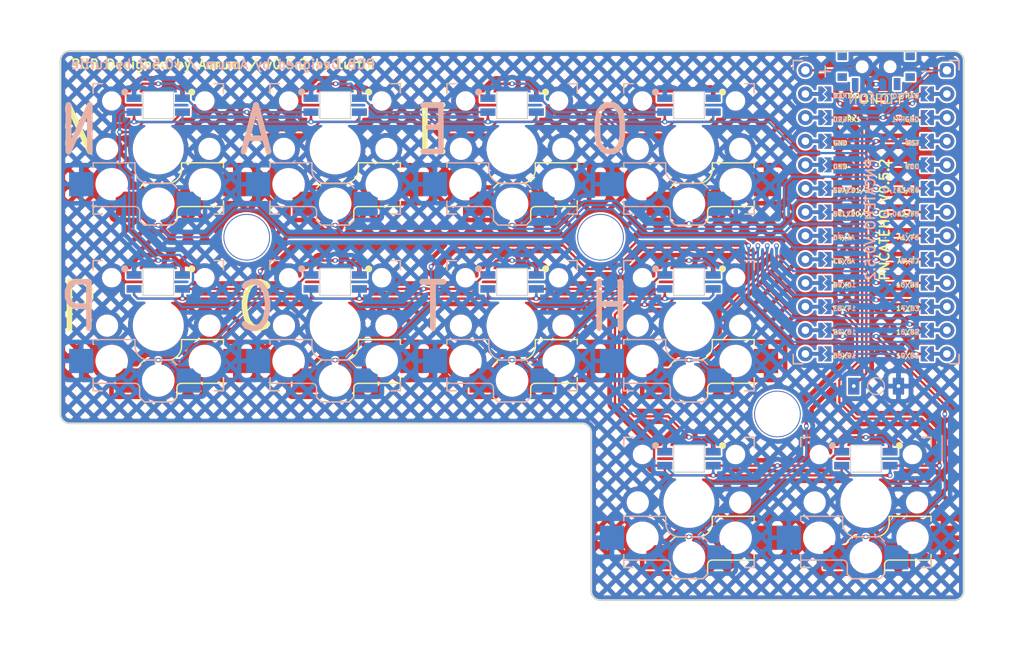
<source format=kicad_pcb>
(kicad_pcb (version 20241229) (generator "pcbnew") (generator_version "9.0")
  (title_block (title "PNCATEHO_v0.5.2") (date "2025-07-11") (rev "0.5.2") (company "Aroum"))
  (layers (0 "F.Cu" signal) (2 "B.Cu" signal) (13 "F.Paste" user) (15 "B.Paste" user) (5 "F.SilkS" user "F.Silkscreen") (7 "B.SilkS" user "B.Silkscreen") (1 "F.Mask" user) (3 "B.Mask" user) (25 "Edge.Cuts" user))
  (net 0 "")
  (net 1 "GND")
  (net 2 "reset")
  (net 3 "R1C1")
  (net 4 "R1C2")
  (net 5 "R1C3")
  (net 6 "R1C4")
  (net 7 "R2C1")
  (net 8 "R2C2")
  (net 9 "R2C3")
  (net 10 "R2C4")
  (net 11 "R3C4")
  (net 12 "R3C5")
  (net 13 "VCC")
  (net 14 "LED")
  (net 15 "Net-(PSW1-B)")
  (net 16 "Net-(LED1-DOUT)")
  (net 17 "Net-(LED2-DOUT)")
  (net 18 "Net-(LED3-DOUT)")
  (net 19 "Net-(LED4-DOUT)")
  (net 20 "Net-(LED5-DOUT)")
  (net 21 "Net-(LED6-DOUT)")
  (net 22 "Net-(LED7-DOUT)")
  (net 23 "Net-(LED8-DOUT)")
  (net 24 "Net-(LED10-DIN)")
  (net 28 "unconnected-(U1-D7{slash}6-Pad9)")
  (net 30 "VBAT")
  (net 31 "Net-(J1-Pad2)")
  (net 34 "unconnected-(U1-SDA{slash}D1{slash}2-Pad5)_1")
  (net 39 "unconnected-(U1-D7{slash}6-Pad9)_1")
  (footprint "PNCATEHO:SW_3x4x2_2legs_duplex" (layer "F.Cu") (at 114.1 61.5)
    (property "Reference" "RSW1" (hide yes))
    (property "Value" "SW_PUSH" (hide yes))
  )
  (footprint "PNCATEHO:Kailh_socket_PG1350_reversible" (layer "F.Cu") (at 75 55)
    (property "Reference" "SW7" (hide yes))
    (property "Value" "SW_PUSH" (hide yes))
  )
  (footprint "PNCATEHO:Kailh_socket_PG1350_reversible" (layer "F.Cu") (at 113 74)
    (property "Reference" "SW10" (hide yes))
    (property "Value" "SW_PUSH" (hide yes))
  )
  (footprint "PNCATEHO:Kailh_socket_PG1350_reversible" (layer "F.Cu") (at 94 74)
    (property "Reference" "SW9" (hide yes))
    (property "Value" "SW_PUSH" (hide yes))
  )
  (footprint "PNCATEHO:Kailh_socket_PG1350_reversible" (layer "F.Cu") (at 94 55)
    (property "Reference" "SW8" (hide yes))
    (property "Value" "SW_PUSH" (hide yes))
  )
  (footprint "PNCATEHO:Kailh_socket_PG1350_reversible" (layer "F.Cu") (at 94 36)
    (property "Reference" "SW4" (hide yes))
    (property "Value" "SW_PUSH" (hide yes))
  )
  (footprint "PNCATEHO:Kailh_socket_PG1350_reversible" (layer "F.Cu") (at 75 36)
    (property "Reference" "SW3" (hide yes))
    (property "Value" "SW_PUSH" (hide yes))
  )
  (footprint "PNCATEHO:Kailh_socket_PG1350_reversible" (layer "F.Cu") (at 37 55)
    (property "Reference" "SW5" (hide yes))
    (property "Value" "SW_PUSH" (hide yes))
  )
  (footprint "PNCATEHO:Kailh_socket_PG1350_reversible" (layer "F.Cu") (at 37 36)
    (property "Reference" "SW1" (hide yes))
    (property "Value" "SW_PUSH" (hide yes))
  )
  (footprint "PNCATEHO:Kailh_socket_PG1350_reversible" (layer "F.Cu") (at 56 36)
    (property "Reference" "SW2" (hide yes))
    (property "Value" "SW_PUSH" (hide yes))
  )
  (footprint "PNCATEHO:Kailh_socket_PG1350_reversible" (layer "F.Cu") (at 56 55)
    (property "Reference" "SW6" (hide yes))
    (property "Value" "SW_PUSH" (hide yes))
  )
  (footprint "PNCATEHO:Hole" (layer "F.Cu") (at 46.5 45.5)
    (property "Reference" "H1" (hide yes))
    (property "Value" "Hole" (hide yes))
  )
  (footprint "PNCATEHO:Hole" (layer "F.Cu") (at 84.5 45.5)
    (property "Reference" "H2" (hide yes))
    (property "Value" "Hole" (hide yes))
  )
  (footprint "PNCATEHO:ProMicro_duplex_mirrored" (layer "F.Cu") (at 114.1 42.8)
    (property "Reference" "U1" (hide yes))
    (property "Value" "ProMicro_r" (hide yes))
  )
  (footprint "PNCATEHO:Hole" (layer "F.Cu") (at 103.5 64.5)
    (property "Reference" "H3" (hide yes))
    (property "Value" "Hole" (hide yes))
  )
  (footprint "PNCATEHO:MSK-12C02_DUAL" (layer "F.Cu") (at 114.1 25.9)
    (property "Reference" "PSW1" (hide yes))
    (property "Value" "SW_SPDT" (hide yes))
  )
  (footprint "PNCATEHO:battery_conn_duplex" (layer "F.Cu") (at 114.1 42.8)
    (property "Reference" "J1" (hide yes))
    (property "Value" "TestPoint_2Pole" (hide yes))
  )
  (footprint "PNCATEHO:YS-SK6812MINI-E_duplex" (layer "B.Cu") (at 94 31.3)
    (property "Reference" "LED10" (hide yes))
    (property "Value" "YS-SK6812MINI-E" (hide yes))
    (fp_line (start -1.65 -1.45) (end 1.65 -1.45) (stroke (width 0.12)) (layer "Edge.Cuts"))
    (fp_line (start -1.65 1.45) (end -1.65 -1.45) (stroke (width 0.12)) (layer "Edge.Cuts"))
    (fp_line (start 1.65 -1.45) (end 1.65 1.45) (stroke (width 0.12)) (layer "Edge.Cuts"))
    (fp_line (start 1.65 1.45) (end -1.65 1.45) (stroke (width 0.12)) (layer "Edge.Cuts"))
  )
  (footprint "PNCATEHO:YS-SK6812MINI-E_duplex" (layer "B.Cu") (at 113 69.3)
    (property "Reference" "LED1" (hide yes))
    (property "Value" "YS-SK6812MINI-E" (hide yes))
    (fp_line (start -1.65 -1.45) (end 1.65 -1.45) (stroke (width 0.12)) (layer "Edge.Cuts"))
    (fp_line (start -1.65 1.45) (end -1.65 -1.45) (stroke (width 0.12)) (layer "Edge.Cuts"))
    (fp_line (start 1.65 -1.45) (end 1.65 1.45) (stroke (width 0.12)) (layer "Edge.Cuts"))
    (fp_line (start 1.65 1.45) (end -1.65 1.45) (stroke (width 0.12)) (layer "Edge.Cuts"))
  )
  (footprint "PNCATEHO:YS-SK6812MINI-E_duplex" (layer "B.Cu") (at 94 69.3)
    (property "Reference" "LED2" (hide yes))
    (property "Value" "YS-SK6812MINI-E" (hide yes))
    (fp_line (start -1.65 -1.45) (end 1.65 -1.45) (stroke (width 0.12)) (layer "Edge.Cuts"))
    (fp_line (start -1.65 1.45) (end -1.65 -1.45) (stroke (width 0.12)) (layer "Edge.Cuts"))
    (fp_line (start 1.65 -1.45) (end 1.65 1.45) (stroke (width 0.12)) (layer "Edge.Cuts"))
    (fp_line (start 1.65 1.45) (end -1.65 1.45) (stroke (width 0.12)) (layer "Edge.Cuts"))
  )
  (footprint "PNCATEHO:YS-SK6812MINI-E_duplex" (layer "B.Cu") (at 94 50.3)
    (property "Reference" "LED3" (hide yes))
    (property "Value" "YS-SK6812MINI-E" (hide yes))
    (fp_line (start -1.65 -1.45) (end 1.65 -1.45) (stroke (width 0.12)) (layer "Edge.Cuts"))
    (fp_line (start -1.65 1.45) (end -1.65 -1.45) (stroke (width 0.12)) (layer "Edge.Cuts"))
    (fp_line (start 1.65 -1.45) (end 1.65 1.45) (stroke (width 0.12)) (layer "Edge.Cuts"))
    (fp_line (start 1.65 1.45) (end -1.65 1.45) (stroke (width 0.12)) (layer "Edge.Cuts"))
  )
  (footprint "PNCATEHO:YS-SK6812MINI-E_duplex" (layer "B.Cu") (at 75 50.3)
    (property "Reference" "LED4" (hide yes))
    (property "Value" "YS-SK6812MINI-E" (hide yes))
    (fp_line (start -1.65 -1.45) (end 1.65 -1.45) (stroke (width 0.12)) (layer "Edge.Cuts"))
    (fp_line (start -1.65 1.45) (end -1.65 -1.45) (stroke (width 0.12)) (layer "Edge.Cuts"))
    (fp_line (start 1.65 -1.45) (end 1.65 1.45) (stroke (width 0.12)) (layer "Edge.Cuts"))
    (fp_line (start 1.65 1.45) (end -1.65 1.45) (stroke (width 0.12)) (layer "Edge.Cuts"))
  )
  (footprint "PNCATEHO:YS-SK6812MINI-E_duplex" (layer "B.Cu") (at 56 50.3)
    (property "Reference" "LED5" (hide yes))
    (property "Value" "YS-SK6812MINI-E" (hide yes))
    (fp_line (start -1.65 -1.45) (end 1.65 -1.45) (stroke (width 0.12)) (layer "Edge.Cuts"))
    (fp_line (start -1.65 1.45) (end -1.65 -1.45) (stroke (width 0.12)) (layer "Edge.Cuts"))
    (fp_line (start 1.65 -1.45) (end 1.65 1.45) (stroke (width 0.12)) (layer "Edge.Cuts"))
    (fp_line (start 1.65 1.45) (end -1.65 1.45) (stroke (width 0.12)) (layer "Edge.Cuts"))
  )
  (footprint "PNCATEHO:YS-SK6812MINI-E_duplex" (layer "B.Cu") (at 37 50.3)
    (property "Reference" "LED6" (hide yes))
    (property "Value" "YS-SK6812MINI-E" (hide yes))
    (fp_line (start -1.65 -1.45) (end 1.65 -1.45) (stroke (width 0.12)) (layer "Edge.Cuts"))
    (fp_line (start -1.65 1.45) (end -1.65 -1.45) (stroke (width 0.12)) (layer "Edge.Cuts"))
    (fp_line (start 1.65 -1.45) (end 1.65 1.45) (stroke (width 0.12)) (layer "Edge.Cuts"))
    (fp_line (start 1.65 1.45) (end -1.65 1.45) (stroke (width 0.12)) (layer "Edge.Cuts"))
  )
  (footprint "PNCATEHO:YS-SK6812MINI-E_duplex" (layer "B.Cu") (at 37 31.3)
    (property "Reference" "LED7" (hide yes))
    (property "Value" "YS-SK6812MINI-E" (hide yes))
    (fp_line (start -1.65 -1.45) (end 1.65 -1.45) (stroke (width 0.12)) (layer "Edge.Cuts"))
    (fp_line (start -1.65 1.45) (end -1.65 -1.45) (stroke (width 0.12)) (layer "Edge.Cuts"))
    (fp_line (start 1.65 -1.45) (end 1.65 1.45) (stroke (width 0.12)) (layer "Edge.Cuts"))
    (fp_line (start 1.65 1.45) (end -1.65 1.45) (stroke (width 0.12)) (layer "Edge.Cuts"))
  )
  (footprint "PNCATEHO:YS-SK6812MINI-E_duplex" (layer "B.Cu") (at 56 31.3)
    (property "Reference" "LED8" (hide yes))
    (property "Value" "YS-SK6812MINI-E" (hide yes))
    (fp_line (start -1.65 -1.45) (end 1.65 -1.45) (stroke (width 0.12)) (layer "Edge.Cuts"))
    (fp_line (start -1.65 1.45) (end -1.65 -1.45) (stroke (width 0.12)) (layer "Edge.Cuts"))
    (fp_line (start 1.65 -1.45) (end 1.65 1.45) (stroke (width 0.12)) (layer "Edge.Cuts"))
    (fp_line (start 1.65 1.45) (end -1.65 1.45) (stroke (width 0.12)) (layer "Edge.Cuts"))
  )
  (footprint "PNCATEHO:YS-SK6812MINI-E_duplex" (layer "B.Cu") (at 75 31.3)
    (property "Reference" "LED9" (hide yes))
    (property "Value" "YS-SK6812MINI-E" (hide yes))
    (fp_line (start -1.65 -1.45) (end 1.65 -1.45) (stroke (width 0.12)) (layer "Edge.Cuts"))
    (fp_line (start -1.65 1.45) (end -1.65 -1.45) (stroke (width 0.12)) (layer "Edge.Cuts"))
    (fp_line (start 1.65 -1.45) (end 1.65 1.45) (stroke (width 0.12)) (layer "Edge.Cuts"))
    (fp_line (start 1.65 1.45) (end -1.65 1.45) (stroke (width 0.12)) (layer "Edge.Cuts"))
  )
  (gr_line (start 123.5 83.5) (end 123.5 26.5) (stroke (width 0.2)) (layer "Edge.Cuts"))
  (gr_line (start 84.5 84.5) (end 122.5 84.5) (stroke (width 0.2)) (layer "Edge.Cuts"))
  (gr_line (start 26.5 26.5) (end 26.5 64.5) (stroke (width 0.2)) (layer "Edge.Cuts"))
  (gr_line (start 27.5 65.5) (end 82.5 65.5) (stroke (width 0.2)) (layer "Edge.Cuts"))
  (gr_arc (start 84.5 84.5) (mid 83.792893 84.207107) (end 83.5 83.5) (stroke (width 0.2)) (layer "Edge.Cuts"))
  (gr_arc (start 123.5 83.5) (mid 123.207107 84.207107) (end 122.5 84.5) (stroke (width 0.2)) (layer "Edge.Cuts"))
  (gr_arc (start 27.5 65.5) (mid 26.792893 65.207107) (end 26.5 64.5) (stroke (width 0.2)) (layer "Edge.Cuts"))
  (gr_line (start 27.5 25.5) (end 122.5 25.5) (stroke (width 0.2)) (layer "Edge.Cuts"))
  (gr_arc (start 26.5 26.5) (mid 26.792893 25.792893) (end 27.5 25.5) (stroke (width 0.2)) (layer "Edge.Cuts"))
  (gr_arc (start 122.5 25.5) (mid 123.207107 25.792893) (end 123.5 26.5) (stroke (width 0.2)) (layer "Edge.Cuts"))
  (gr_line (start 83.5 66.5) (end 83.5 83.5) (stroke (width 0.2)) (layer "Edge.Cuts"))
  (gr_arc (start 82.5 65.5) (mid 83.207107 65.792893) (end 83.5 66.5) (stroke (width 0.2)) (layer "Edge.Cuts"))
  (gr_text "PNCATEHO V0.5.2" (at 115 43.6 90) (layer "F.SilkS") (effects (font (size 1 1) (thickness 0.2))))
  (gr_text "O" (at 85.5 34 0) (layer "F.SilkS") (effects (font (size 5 4) (thickness 0.6))))
  (gr_text "H" (at 85.5 53 0) (layer "F.SilkS") (effects (font (size 5 4) (thickness 0.6))))
  (gr_text "T" (at 66.5 53 0) (layer "F.SilkS") (effects (font (size 5 4) (thickness 0.6))))
  (gr_text "C" (at 47.5 53 0) (layer "F.SilkS") (effects (font (size 5 4) (thickness 0.6))))
  (gr_text "E" (at 66.5 34 0) (layer "F.SilkS") (effects (font (size 5 4) (thickness 0.6))))
  (gr_text "A" (at 47.5 34 0) (layer "F.SilkS") (effects (font (size 5 4) (thickness 0.6))))
  (gr_text "N" (at 28.5 34 0) (layer "F.SilkS") (effects (font (size 5 4) (thickness 0.6))))
  (gr_text "P" (at 28.5 53 0) (layer "F.SilkS") (effects (font (size 5 4) (thickness 0.6))))
  (gr_text "PCB Designed by Aorum / v0.5.2 by turtle" (at 27.5 27.5 0) (layer "F.SilkS") (effects (font (size 1 1) (thickness 0.2) (bold yes)) (justify left bottom)))
  (gr_text "N" (at 28.5 34 0) (layer "B.SilkS") (effects (font (size 5 4) (thickness 0.6)) (justify mirror)))
  (gr_text "C" (at 47.5 53 0) (layer "B.SilkS") (effects (font (size 5 4) (thickness 0.6)) (justify mirror)))
  (gr_text "A" (at 47.5 34 0) (layer "B.SilkS") (effects (font (size 5 4) (thickness 0.6)) (justify mirror)))
  (gr_text "O" (at 85.5 34 0) (layer "B.SilkS") (effects (font (size 5 4) (thickness 0.6)) (justify mirror)))
  (gr_text "P" (at 28.5 53 0) (layer "B.SilkS") (effects (font (size 5 4) (thickness 0.6)) (justify mirror)))
  (gr_text "PCB Designed by Aorum / v0.5.2 by turtle" (at 27.5 27.5 0) (layer "B.SilkS") (effects (font (size 1 1) (thickness 0.2) (bold yes)) (justify right bottom mirror)))
  (gr_text "H" (at 85.5 53 0) (layer "B.SilkS") (effects (font (size 5 4) (thickness 0.6)) (justify mirror)))
  (gr_text "PNCATEHO V0.5.2" (at 113.5 43.6 90) (layer "B.SilkS") (effects (font (size 1 1) (thickness 0.2)) (justify mirror)))
  (gr_text "T" (at 66.5 53 0) (layer "B.SilkS") (effects (font (size 5 4) (thickness 0.6)) (justify mirror)))
  (gr_text "E" (at 66.5 34 0) (layer "B.SilkS") (effects (font (size 5 4) (thickness 0.6)) (justify mirror)))
  (segment (start 84.275 40.575) (end 84.275 39.8) (width 0.25) (layer "F.Cu") (net 1))
  (segment (start 109.2 37.72) (end 110.59 37.72) (width 1) (layer "F.Cu") (net 1))
  (segment (start 96.6 49.7) (end 96.6 49.05) (width 0.25) (layer "F.Cu") (net 1))
  (segment (start 109.2 35.18) (end 110.6 35.18) (width 1) (layer "F.Cu") (net 1))
  (segment (start 119 37.72) (end 117.84 37.72) (width 1) (layer "B.Cu") (net 1))
  (segment (start 119 35.18) (end 117.84 35.18) (width 1) (layer "B.Cu") (net 1))
  (segment (start 111.7 61.5) (end 113.05 60.15) (width 0.25) (layer "F.Cu") (net 2))
  (segment (start 113.05 60.15) (end 113.05 36.23) (width 0.25) (layer "F.Cu") (net 2))
  (segment (start 113.05 36.23) (end 114.1 35.18) (width 0.25) (layer "F.Cu") (net 2))
  (segment (start 114.1 35.18) (end 119 35.18) (width 0.25) (layer "F.Cu") (net 2))
  (via micro (at 114.1 35.18) (size 0.5) (drill 0.3) (layers "F.Cu" "B.Cu") (net 2))
  (segment (start 114.1 35.18) (end 109.2 35.18) (width 0.25) (layer "B.Cu") (net 2))
  (segment (start 114.1 47.88) (end 119 47.88) (width 0.25) (layer "F.Cu") (net 3))
  (segment (start 37 44.2) (end 36.025 44.2) (width 0.25) (layer "F.Cu") (net 3))
  (segment (start 36.025 44.2) (end 33.725 41.9) (width 0.25) (layer "F.Cu") (net 3))
  (via micro (at 37 44.2) (size 0.5) (drill 0.3) (layers "F.Cu" "B.Cu") (net 3))
  (via micro (at 114.1 47.88) (size 0.5) (drill 0.3) (layers "F.Cu" "B.Cu") (net 3))
  (segment (start 80.13781 45.5) (end 83.13581 42.502) (width 0.25) (layer "B.Cu") (net 3))
  (segment (start 85.82638 42.502) (end 88.82438 45.5) (width 0.25) (layer "B.Cu") (net 3))
  (segment (start 83.13581 42.502) (end 85.82638 42.502) (width 0.25) (layer "B.Cu") (net 3))
  (segment (start 112.83 46.61) (end 114.1 47.88) (width 0.25) (layer "B.Cu") (net 3))
  (segment (start 37.975 44.2) (end 40.275 41.9) (width 0.25) (layer "B.Cu") (net 3))
  (segment (start 38.3 45.5) (end 42.25 45.5) (width 0.25) (layer "B.Cu") (net 3))
  (segment (start 103.32669 45.50169) (end 104.099895 45.50169) (width 0.25) (layer "B.Cu") (net 3))
  (segment (start 105.208205 46.61) (end 112.83 46.61) (width 0.25) (layer "B.Cu") (net 3))
  (segment (start 47.8 42.55) (end 50.75 45.5) (width 0.25) (layer "B.Cu") (net 3))
  (segment (start 37 44.2) (end 38.3 45.5) (width 0.25) (layer "B.Cu") (net 3))
  (segment (start 50.75 45.5) (end 80.13781 45.5) (width 0.25) (layer "B.Cu") (net 3))
  (segment (start 37 44.2) (end 37.975 44.2) (width 0.25) (layer "B.Cu") (net 3))
  (segment (start 109.2 47.88) (end 114.1 47.88) (width 0.25) (layer "B.Cu") (net 3))
  (segment (start 88.82438 45.5) (end 103.325 45.5) (width 0.25) (layer "B.Cu") (net 3))
  (segment (start 42.25 45.5) (end 45.2 42.55) (width 0.25) (layer "B.Cu") (net 3))
  (segment (start 103.325 45.5) (end 103.32669 45.50169) (width 0.25) (layer "B.Cu") (net 3))
  (segment (start 104.099895 45.50169) (end 105.208205 46.61) (width 0.25) (layer "B.Cu") (net 3))
  (segment (start 45.2 42.55) (end 47.8 42.55) (width 0.25) (layer "B.Cu") (net 3))
  (segment (start 55.025 44.2) (end 52.725 41.9) (width 0.25) (layer "F.Cu") (net 4))
  (segment (start 114.1 45.34) (end 119 45.34) (width 0.25) (layer "F.Cu") (net 4))
  (segment (start 56 44.2) (end 55.025 44.2) (width 0.25) (layer "F.Cu") (net 4))
  (via micro (at 56 44.2) (size 0.5) (drill 0.3) (layers "F.Cu" "B.Cu") (net 4))
  (via micro (at 114.1 45.34) (size 0.5) (drill 0.3) (layers "F.Cu" "B.Cu") (net 4))
  (segment (start 56.975 44.2) (end 59.275 41.9) (width 0.25) (layer "B.Cu") (net 4))
  (segment (start 109.2 45.34) (end 114.1 45.34) (width 0.25) (layer "B.Cu") (net 4))
  (segment (start 56 44.2) (end 56.849 45.049) (width 0.25) (layer "B.Cu") (net 4))
  (segment (start 103.51181 45.049) (end 103.5135 45.05069) (width 0.25) (layer "B.Cu") (net 4))
  (segment (start 112.83 44.07) (end 114.1 45.34) (width 0.25) (layer "B.Cu") (net 4))
  (segment (start 82.949 42.051) (end 86.01319 42.051) (width 0.25) (layer "B.Cu") (net 4))
  (segment (start 79.951 45.049) (end 82.949 42.051) (width 0.25) (layer "B.Cu") (net 4))
  (segment (start 105.18 44.07) (end 112.83 44.07) (width 0.25) (layer "B.Cu") (net 4))
  (segment (start 103.5135 45.05069) (end 104.19931 45.05069) (width 0.25) (layer "B.Cu") (net 4))
  (segment (start 89.01119 45.049) (end 103.51181 45.049) (width 0.25) (layer "B.Cu") (net 4))
  (segment (start 104.19931 45.05069) (end 105.18 44.07) (width 0.25) (layer "B.Cu") (net 4))
  (segment (start 56.849 45.049) (end 79.951 45.049) (width 0.25) (layer "B.Cu") (net 4))
  (segment (start 86.01319 42.051) (end 89.01119 45.049) (width 0.25) (layer "B.Cu") (net 4))
  (segment (start 56 44.2) (end 56.975 44.2) (width 0.25) (layer "B.Cu") (net 4))
  (segment (start 75 44.2) (end 74.025 44.2) (width 0.25) (layer "F.Cu") (net 5))
  (segment (start 74.025 44.2) (end 71.725 41.9) (width 0.25) (layer "F.Cu") (net 5))
  (segment (start 114.1 42.8) (end 119 42.8) (width 0.25) (layer "F.Cu") (net 5))
  (via micro (at 75 44.2) (size 0.5) (drill 0.3) (layers "F.Cu" "B.Cu") (net 5))
  (via micro (at 114.1 42.8) (size 0.5) (drill 0.3) (layers "F.Cu" "B.Cu") (net 5))
  (segment (start 75.975 44.2) (end 78.275 41.9) (width 0.25) (layer "B.Cu") (net 5))
  (segment (start 82.75 41.6) (end 86.2 41.6) (width 0.25) (layer "B.Cu") (net 5))
  (segment (start 104.00031 44.59969) (end 105.2 43.4) (width 0.25) (layer "B.Cu") (net 5))
  (segment (start 103.69862 44.598) (end 103.70031 44.59969) (width 0.25) (layer "B.Cu") (net 5))
  (segment (start 112.83 41.53) (end 114.1 42.8) (width 0.25) (layer "B.Cu") (net 5))
  (segment (start 75.398 44.598) (end 79.752 44.598) (width 0.25) (layer "B.Cu") (net 5))
  (segment (start 89.198 44.598) (end 103.69862 44.598) (width 0.25) (layer "B.Cu") (net 5))
  (segment (start 105.72 41.53) (end 112.83 41.53) (width 0.25) (layer "B.Cu") (net 5))
  (segment (start 75 44.2) (end 75.398 44.598) (width 0.25) (layer "B.Cu") (net 5))
  (segment (start 105.2 43.4) (end 105.2 42.05) (width 0.25) (layer "B.Cu") (net 5))
  (segment (start 103.70031 44.59969) (end 104.00031 44.59969) (width 0.25) (layer "B.Cu") (net 5))
  (segment (start 114.1 42.8) (end 109.2 42.8) (width 0.25) (layer "B.Cu") (net 5))
  (segment (start 75 44.2) (end 75.975 44.2) (width 0.25) (layer "B.Cu") (net 5))
  (segment (start 86.2 41.6) (end 89.198 44.598) (width 0.25) (layer "B.Cu") (net 5))
  (segment (start 105.2 42.05) (end 105.72 41.53) (width 0.25) (layer "B.Cu") (net 5))
  (segment (start 79.752 44.598) (end 82.75 41.6) (width 0.25) (layer "B.Cu") (net 5))
  (segment (start 92.848 44.023) (end 90.725 41.9) (width 0.25) (layer "F.Cu") (net 6))
  (segment (start 94 44.023) (end 92.848 44.023) (width 0.25) (layer "F.Cu") (net 6))
  (segment (start 114.1 40.25) (end 118.99 40.25) (width 0.25) (layer "F.Cu") (net 6))
  (via micro (at 94 44.023) (size 0.5) (drill 0.3) (layers "F.Cu" "B.Cu") (net 6))
  (via micro (at 114.1 40.25) (size 0.5) (drill 0.3) (layers "F.Cu" "B.Cu") (net 6))
  (segment (start 105.05 39) (end 112.85 39) (width 0.25) (layer "B.Cu") (net 6))
  (segment (start 94.247 44.147) (end 103.81519 44.147) (width 0.25) (layer "B.Cu") (net 6))
  (segment (start 113.99 40.26) (end 109.2 40.26) (width 0.25) (layer "B.Cu") (net 6))
  (segment (start 94.123 44.023) (end 94.247 44.147) (width 0.25) (layer "B.Cu") (net 6))
  (segment (start 112.85 39) (end 114.1 40.25) (width 0.25) (layer "B.Cu") (net 6))
  (segment (start 94 44.023) (end 94.123 44.023) (width 0.25) (layer "B.Cu") (net 6))
  (segment (start 104.225 43.73719) (end 104.225 39.825) (width 0.25) (layer "B.Cu") (net 6))
  (segment (start 94 44.023) (end 95.152 44.023) (width 0.25) (layer "B.Cu") (net 6))
  (segment (start 114.1 40.25) (end 114 40.25) (width 0.25) (layer "B.Cu") (net 6))
  (segment (start 103.81519 44.147) (end 104.225 43.73719) (width 0.25) (layer "B.Cu") (net 6))
  (segment (start 114 40.25) (end 113.99 40.26) (width 0.25) (layer "B.Cu") (net 6))
  (segment (start 104.225 39.825) (end 105.05 39) (width 0.25) (layer "B.Cu") (net 6))
  (segment (start 95.152 44.023) (end 97.275 41.9) (width 0.25) (layer "B.Cu") (net 6))
  (segment (start 51.15 45.95) (end 47.95 49.15) (width 0.25) (layer "F.Cu") (net 7))
  (segment (start 85.88719 48.460412) (end 83.210412 48.460412) (width 0.25) (layer "F.Cu") (net 7))
  (segment (start 100.4 46.4) (end 99.95 45.95) (width 0.25) (layer "F.Cu") (net 7))
  (segment (start 88.397602 45.95) (end 85.88719 48.460412) (width 0.25) (layer "F.Cu") (net 7))
  (segment (start 99.95 45.95) (end 88.397602 45.95) (width 0.25) (layer "F.Cu") (net 7))
  (segment (start 83.210412 48.460412) (end 80.7 45.95) (width 0.25) (layer "F.Cu") (net 7))
  (segment (start 80.7 45.95) (end 51.15 45.95) (width 0.25) (layer "F.Cu") (net 7))
  (segment (start 35.925 58.7) (end 33.725 60.9) (width 0.25) (layer "F.Cu") (net 7))
  (segment (start 37 58.7) (end 35.925 58.7) (width 0.25) (layer "F.Cu") (net 7))
  (segment (start 118.36 58.04) (end 119 58.04) (width 0.25) (layer "F.Cu") (net 7))
  (via micro (at 47.95 49.15) (size 0.5) (drill 0.3) (layers "F.Cu" "B.Cu") (net 7))
  (via micro (at 100.4 46.4) (size 0.5) (drill 0.3) (layers "F.Cu" "B.Cu") (net 7))
  (via micro (at 118.36 58.04) (size 0.5) (drill 0.3) (layers "F.Cu" "B.Cu") (net 7))
  (via micro (at 37 58.7) (size 0.5) (drill 0.3) (layers "F.Cu" "B.Cu") (net 7))
  (segment (start 118.36 58.04) (end 118.32 58) (width 0.25) (layer "B.Cu") (net 7))
  (segment (start 118.36 58.04) (end 109.2 58.04) (width 0.25) (layer "B.Cu") (net 7))
  (segment (start 37 58.7) (end 39.4 58.7) (width 0.25) (layer "B.Cu") (net 7))
  (segment (start 37 58.7) (end 38.075 58.7) (width 0.25) (layer "B.Cu") (net 7))
  (segment (start 47.95 51.75) (end 47.95 49.15) (width 0.25) (layer "B.Cu") (net 7))
  (segment (start 38.075 58.7) (end 40.275 60.9) (width 0.25) (layer "B.Cu") (net 7))
  (segment (start 118.3 58) (end 117.05 56.75) (width 0.25) (layer "B.Cu") (net 7))
  (segment (start 100.4 51.95) (end 100.4 46.4) (width 0.25) (layer "B.Cu") (net 7))
  (segment (start 43.2 56.5) (end 47.95 51.75) (width 0.25) (layer "B.Cu") (net 7))
  (segment (start 109.2 58.05) (end 109.2 58.04) (width 0.25) (layer "B.Cu") (net 7))
  (segment (start 39.4 58.7) (end 41.6 56.5) (width 0.25) (layer "B.Cu") (net 7))
  (segment (start 105.2 56.75) (end 100.4 51.95) (width 0.25) (layer "B.Cu") (net 7))
  (segment (start 40 61.678) (end 40.497 61.678) (width 0.25) (layer "B.Cu") (net 7))
  (segment (start 117.05 56.75) (end 105.2 56.75) (width 0.25) (layer "B.Cu") (net 7))
  (segment (start 41.6 56.5) (end 43.2 56.5) (width 0.25) (layer "B.Cu") (net 7))
  (segment (start 118.32 58) (end 118.3 58) (width 0.25) (layer "B.Cu") (net 7))
  (segment (start 54.925 58.7) (end 52.725 60.9) (width 0.25) (layer "F.Cu") (net 8))
  (segment (start 118.35 54.85) (end 117.7 54.85) (width 0.25) (layer "F.Cu") (net 8))
  (segment (start 101.4 46.95) (end 101.4 46.4) (width 0.25) (layer "F.Cu") (net 8))
  (segment (start 68.549 46.401) (end 80.51319 46.401) (width 0.25) (layer "F.Cu") (net 8))
  (segment (start 83.023602 48.911412) (end 86.074 48.911412) (width 0.25) (layer "F.Cu") (net 8))
  (segment (start 100.95 47.4) (end 101.4 46.95) (width 0.25) (layer "F.Cu") (net 8))
  (segment (start 88.584412 46.401) (end 99.386412 46.401) (width 0.25) (layer "F.Cu") (net 8))
  (segment (start 66.3 48.65) (end 68.549 46.401) (width 0.25) (layer "F.Cu") (net 8))
  (segment (start 119 55.5) (end 118.35 54.85) (width 0.25) (layer "F.Cu") (net 8))
  (segment (start 86.074 48.911412) (end 88.584412 46.401) (width 0.25) (layer "F.Cu") (net 8))
  (segment (start 100.385412 47.4) (end 100.95 47.4) (width 0.25) (layer "F.Cu") (net 8))
  (segment (start 99.386412 46.401) (end 100.385412 47.4) (width 0.25) (layer "F.Cu") (net 8))
  (segment (start 118.85 55.5) (end 119 55.5) (width 0.25) (layer "F.Cu") (net 8))
  (segment (start 80.51319 46.401) (end 83.023602 48.911412) (width 0.25) (layer "F.Cu") (net 8))
  (segment (start 56 58.7) (end 54.925 58.7) (width 0.25) (layer "F.Cu") (net 8))
  (via micro (at 117.7 54.85) (size 0.5) (drill 0.3) (layers "F.Cu" "B.Cu") (net 8))
  (via micro (at 56 58.7) (size 0.5) (drill 0.3) (layers "F.Cu" "B.Cu") (net 8))
  (via micro (at 66.3 48.65) (size 0.5) (drill 0.3) (layers "F.Cu" "B.Cu") (net 8))
  (via micro (at 101.4 46.4) (size 0.5) (drill 0.3) (layers "F.Cu" "B.Cu") (net 8))
  (segment (start 57.075 58.7) (end 59.275 60.9) (width 0.25) (layer "B.Cu") (net 8))
  (segment (start 105.2 54.2) (end 117.05 54.2) (width 0.25) (layer "B.Cu") (net 8))
  (segment (start 117.7 54.85) (end 109.85 54.85) (width 0.25) (layer "B.Cu") (net 8))
  (segment (start 101.4 50.4) (end 105.2 54.2) (width 0.25) (layer "B.Cu") (net 8))
  (segment (start 56 58.7) (end 57.023247 58.7) (width 0.25) (layer "B.Cu") (net 8))
  (segment (start 57.023247 58.7) (end 59.223247 56.5) (width 0.25) (layer "B.Cu") (net 8))
  (segment (start 109.85 54.85) (end 109.2 55.5) (width 0.25) (layer "B.Cu") (net 8))
  (segment (start 59.223247 56.5) (end 62.15 56.5) (width 0.25) (layer "B.Cu") (net 8))
  (segment (start 62.15 56.5) (end 66.3 52.35) (width 0.25) (layer "B.Cu") (net 8))
  (segment (start 66.3 48.65) (end 66.35 48.6) (width 0.25) (layer "B.Cu") (net 8))
  (segment (start 101.4 46.4) (end 101.4 50.4) (width 0.25) (layer "B.Cu") (net 8))
  (segment (start 117.05 54.2) (end 117.7 54.85) (width 0.25) (layer "B.Cu") (net 8))
  (segment (start 56 58.7) (end 57.075 58.7) (width 0.25) (layer "B.Cu") (net 8))
  (segment (start 66.3 52.35) (end 66.3 48.65) (width 0.25) (layer "B.Cu") (net 8))
  (segment (start 73.925 58.7) (end 71.725 60.9) (width 0.25) (layer "F.Cu") (net 9))
  (segment (start 99.199602 46.852) (end 100.247602 47.9) (width 0.25) (layer "F.Cu") (net 9))
  (segment (start 86.65 49.15) (end 88.948 46.852) (width 0.25) (layer "F.Cu") (net 9))
  (segment (start 102.4 47) (end 102.4 46.4) (width 0.25) (layer "F.Cu") (net 9))
  (segment (start 118.29 52.25) (end 119 52.96) (width 0.25) (layer "F.Cu") (net 9))
  (segment (start 101.5 47.9) (end 102.4 47) (width 0.25) (layer "F.Cu") (net 9))
  (segment (start 75 58.7) (end 73.925 58.7) (width 0.25) (layer "F.Cu") (net 9))
  (segment (start 114.11 52.25) (end 118.29 52.25) (width 0.25) (layer "F.Cu") (net 9))
  (segment (start 88.948 46.852) (end 99.199602 46.852) (width 0.25) (layer "F.Cu") (net 9))
  (segment (start 100.247602 47.9) (end 101.5 47.9) (width 0.25) (layer "F.Cu") (net 9))
  (via micro (at 102.4 46.4) (size 0.5) (drill 0.3) (layers "F.Cu" "B.Cu") (net 9))
  (via micro (at 114.1 52.25) (size 0.5) (drill 0.3) (layers "F.Cu" "B.Cu") (net 9))
  (via micro (at 86.65 49.15) (size 0.5) (drill 0.3) (layers "F.Cu" "B.Cu") (net 9))
  (via micro (at 75 58.7) (size 0.5) (drill 0.3) (layers "F.Cu" "B.Cu") (net 9))
  (segment (start 86.65 49.15) (end 86.725 49.075) (width 0.25) (layer "B.Cu") (net 9))
  (segment (start 86.65 51) (end 86.65 49.15) (width 0.25) (layer "B.Cu") (net 9))
  (segment (start 75 58.7) (end 76.075 58.7) (width 0.25) (layer "B.Cu") (net 9))
  (segment (start 102.4 46.4) (end 102.4 48.9) (width 0.25) (layer "B.Cu") (net 9))
  (segment (start 81.15 56.5) (end 86.65 51) (width 0.25) (layer "B.Cu") (net 9))
  (segment (start 75 58.7) (end 77.4 58.7) (width 0.25) (layer "B.Cu") (net 9))
  (segment (start 105.19 51.69) (end 113.54 51.69) (width 0.25) (layer "B.Cu") (net 9))
  (segment (start 109.2 52.96) (end 109.91 52.25) (width 0.25) (layer "B.Cu") (net 9))
  (segment (start 113.54 51.69) (end 114.1 52.25) (width 0.25) (layer "B.Cu") (net 9))
  (segment (start 79.6 56.5) (end 81.15 56.5) (width 0.25) (layer "B.Cu") (net 9))
  (segment (start 102.4 48.9) (end 105.19 51.69) (width 0.25) (layer "B.Cu") (net 9))
  (segment (start 76.075 58.7) (end 78.275 60.9) (width 0.25) (layer "B.Cu") (net 9))
  (segment (start 109.91 52.25) (end 114.09 52.25) (width 0.25) (layer "B.Cu") (net 9))
  (segment (start 77.4 58.7) (end 79.6 56.5) (width 0.25) (layer "B.Cu") (net 9))
  (segment (start 103.4 46.4) (end 103.4 47.85) (width 0.25) (layer "F.Cu") (net 10))
  (segment (start 97.85 53.4) (end 97.85 55.925) (width 0.25) (layer "F.Cu") (net 10))
  (segment (start 92.925 58.7) (end 90.725 60.9) (width 0.25) (layer "F.Cu") (net 10))
  (segment (start 94 58.7) (end 92.925 58.7) (width 0.25) (layer "F.Cu") (net 10))
  (segment (start 103.4 47.85) (end 97.85 53.4) (width 0.25) (layer "F.Cu") (net 10))
  (segment (start 94 58.7) (end 95.075 58.7) (width 0.25) (layer "F.Cu") (net 10))
  (segment (start 95.075 58.7) (end 97.85 55.925) (width 0.25) (layer "F.Cu") (net 10))
  (segment (start 97.85 55.925) (end 95.25 58.525) (width 0.25) (layer "F.Cu") (net 10))
  (segment (start 114.1 50.4) (end 118.98 50.4) (width 0.25) (layer "F.Cu") (net 10))
  (via micro (at 114.1 50.4) (size 0.5) (drill 0.3) (layers "F.Cu" "B.Cu") (net 10))
  (via micro (at 103.4 46.4) (size 0.5) (drill 0.3) (layers "F.Cu" "B.Cu") (net 10))
  (via micro (at 94 58.7) (size 0.5) (drill 0.3) (layers "F.Cu" "B.Cu") (net 10))
  (segment (start 103.4 46.4) (end 103.4 47.35) (width 0.25) (layer "B.Cu") (net 10))
  (segment (start 97.275 60.9) (end 97.25 60.9) (width 0.25) (layer "B.Cu") (net 10))
  (segment (start 103.4 47.35) (end 105.2 49.15) (width 0.25) (layer "B.Cu") (net 10))
  (segment (start 112.85 49.15) (end 114.1 50.4) (width 0.25) (layer "B.Cu") (net 10))
  (segment (start 105.2 49.15) (end 112.85 49.15) (width 0.25) (layer "B.Cu") (net 10))
  (segment (start 97.275 60.9) (end 95.075 58.7) (width 0.25) (layer "B.Cu") (net 10))
  (segment (start 95.075 58.7) (end 94 58.7) (width 0.25) (layer "B.Cu") (net 10))
  (segment (start 114.1 50.4) (end 109.22 50.4) (width 0.25) (layer "B.Cu") (net 10))
  (segment (start 92.925 77.7) (end 90.725 79.9) (width 0.25) (layer "F.Cu") (net 11))
  (segment (start 106.6 63.7) (end 112.05 58.25) (width 0.25) (layer "F.Cu") (net 11))
  (segment (start 94 77.7) (end 92.925 77.7) (width 0.25) (layer "F.Cu") (net 11))
  (segment (start 109.865 53.625) (end 109.2 52.96) (width 0.25) (layer "F.Cu") (net 11))
  (segment (start 112.05 55.175) (end 110.5 53.625) (width 0.25) (layer "F.Cu") (net 11))
  (segment (start 112.05 58.25) (end 112.05 55.175) (width 0.25) (layer "F.Cu") (net 11))
  (segment (start 110.5 53.625) (end 109.865 53.625) (width 0.25) (layer "F.Cu") (net 11))
  (segment (start 106.6 65.8) (end 106.6 63.7) (width 0.25) (layer "F.Cu") (net 11))
  (via micro (at 106.6 65.8) (size 0.5) (drill 0.3) (layers "F.Cu" "B.Cu") (net 11))
  (via micro (at 110.5 53.625) (size 0.5) (drill 0.3) (layers "F.Cu" "B.Cu") (net 11))
  (via micro (at 94 77.7) (size 0.5) (drill 0.3) (layers "F.Cu" "B.Cu") (net 11))
  (segment (start 94 77.7) (end 95.075 77.7) (width 0.25) (layer "B.Cu") (net 11))
  (segment (start 95.075 77.7) (end 97.275 79.9) (width 0.25) (layer "B.Cu") (net 11))
  (segment (start 106.6 69) (end 106.6 65.8) (width 0.25) (layer "B.Cu") (net 11))
  (segment (start 100.1 75.5) (end 106.6 69) (width 0.25) (layer "B.Cu") (net 11))
  (segment (start 118.335 53.625) (end 119 52.96) (width 0.25) (layer "B.Cu") (net 11))
  (segment (start 97.223247 75.5) (end 100.1 75.5) (width 0.25) (layer "B.Cu") (net 11))
  (segment (start 94 77.7) (end 95.023247 77.7) (width 0.25) (layer "B.Cu") (net 11))
  (segment (start 110.5 53.625) (end 118.335 53.625) (width 0.25) (layer "B.Cu") (net 11))
  (segment (start 95.023247 77.7) (end 97.223247 75.5) (width 0.25) (layer "B.Cu") (net 11))
  (segment (start 113 77.7) (end 111.925 77.7) (width 0.25) (layer "F.Cu") (net 12))
  (segment (start 109.2 55.5) (end 109.85 56.15) (width 0.25) (layer "F.Cu") (net 12))
  (segment (start 121.476 64.5) (end 121.476 63.526) (width 0.25) (layer "F.Cu") (net 12))
  (segment (start 109.85 56.15) (end 110.5 56.15) (width 0.25) (layer "F.Cu") (net 12))
  (segment (start 121.476 63.526) (end 114.1 56.15) (width 0.25) (layer "F.Cu") (net 12))
  (segment (start 111.925 77.7) (end 109.725 79.9) (width 0.25) (layer "F.Cu") (net 12))
  (via micro (at 110.5 56.15) (size 0.5) (drill 0.3) (layers "F.Cu" "B.Cu") (net 12))
  (via micro (at 113 77.7) (size 0.5) (drill 0.3) (layers "F.Cu" "B.Cu") (net 12))
  (via micro (at 121.476 64.5) (size 0.5) (drill 0.3) (layers "F.Cu" "B.Cu") (net 12))
  (via micro (at 114.1 56.15) (size 0.5) (drill 0.3) (layers "F.Cu" "B.Cu") (net 12))
  (segment (start 121.476 73.224) (end 121.476 64.5) (width 0.25) (layer "B.Cu") (net 12))
  (segment (start 114.1 56.15) (end 110.5 56.15) (width 0.25) (layer "B.Cu") (net 12))
  (segment (start 116.275 75.5) (end 119.2 75.5) (width 0.25) (layer "B.Cu") (net 12))
  (segment (start 118.35 56.15) (end 119 55.5) (width 0.25) (layer "B.Cu") (net 12))
  (segment (start 114.1 56.15) (end 118.35 56.15) (width 0.25) (layer "B.Cu") (net 12))
  (segment (start 119.2 75.5) (end 121.476 73.224) (width 0.25) (layer "B.Cu") (net 12))
  (segment (start 114.075 77.7) (end 116.275 79.9) (width 0.25) (layer "B.Cu") (net 12))
  (segment (start 114.075 77.7) (end 116.275 75.5) (width 0.25) (layer "B.Cu") (net 12))
  (segment (start 113 77.7) (end 114.075 77.7) (width 0.25) (layer "B.Cu") (net 12))
  (segment (start 34.4 32.05) (end 34.4 33.1) (width 0.25) (layer "F.Cu") (net 13))
  (segment (start 110.4 70.7) (end 110.4 70.05) (width 0.25) (layer "F.Cu") (net 13))
  (segment (start 91.8 71.1) (end 96.6 71.1) (width 0.25) (layer "F.Cu") (net 13))
  (segment (start 114.1 37.72) (end 119 37.72) (width 0.25) (layer "F.Cu") (net 13))
  (segment (start 86.05 52.1) (end 91.4 52.1) (width 0.25) (layer "F.Cu") (net 13))
  (segment (start 110 71.1) (end 115.6 71.1) (width 0.25) (layer "F.Cu") (net 13))
  (segment (start 77.6 52.1) (end 86.05 52.1) (width 0.25) (layer "F.Cu") (net 13))
  (segment (start 91.4 32.05) (end 91.4 33.1) (width 0.25) (layer "F.Cu") (net 13))
  (segment (start 53.4 51.05) (end 53.4 52.1) (width 0.25) (layer "F.Cu") (net 13))
  (segment (start 110 71.1) (end 110.4 70.7) (width 0.25) (layer "F.Cu") (net 13))
  (segment (start 34.8 52.1) (end 39.6 52.1) (width 0.25) (layer "F.Cu") (net 13))
  (segment (start 91.4 70.7) (end 91.8 71.1) (width 0.25) (layer "F.Cu") (net 13))
  (segment (start 72.4 51.05) (end 72.4 52.1) (width 0.25) (layer "F.Cu") (net 13))
  (segment (start 72.4 52.1) (end 77.6 52.1) (width 0.25) (layer "F.Cu") (net 13))
  (segment (start 91.4 51.05) (end 91.4 52.1) (width 0.25) (layer "F.Cu") (net 13))
  (segment (start 53.4 32.05) (end 53.4 33.1) (width 0.25) (layer "F.Cu") (net 13))
  (segment (start 39.6 52.1) (end 53.4 52.1) (width 0.25) (layer "F.Cu") (net 13))
  (segment (start 58.6 52.1) (end 72.4 52.1) (width 0.25) (layer "F.Cu") (net 13))
  (segment (start 91.4 70.05) (end 90.25 70.05) (width 0.25) (layer "F.Cu") (net 13))
  (segment (start 86.05 53.81219) (end 87.76219 52.1) (width 0.25) (layer "F.Cu") (net 13))
  (segment (start 91.4 70.05) (end 91.4 70.7) (width 0.25) (layer "F.Cu") (net 13))
  (segment (start 34.4 51.7) (end 34.8 52.1) (width 0.25) (layer "F.Cu") (net 13))
  (segment (start 53.4 52.1) (end 58.6 52.1) (width 0.25) (layer "F.Cu") (net 13))
  (segment (start 86.05 63.33781) (end 86.05 53.81219) (width 0.25) (layer "F.Cu") (net 13))
  (segment (start 90.25 67.53781) (end 86.05 63.33781) (width 0.25) (layer "F.Cu") (net 13))
  (segment (start 72.4 32.05) (end 72.4 33.1) (width 0.25) (layer "F.Cu") (net 13))
  (segment (start 96.6 71.1) (end 110 71.1) (width 0.25) (layer "F.Cu") (net 13))
  (segment (start 87.76219 52.1) (end 91.4 52.1) (width 0.25) (layer "F.Cu") (net 13))
  (segment (start 90.25 70.05) (end 90.25 67.53781) (width 0.25) (layer "F.Cu") (net 13))
  (segment (start 34.4 51.05) (end 34.4 51.7) (width 0.25) (layer "F.Cu") (net 13))
  (via micro (at 34.4 33.1) (size 0.5) (drill 0.3) (layers "F.Cu" "B.Cu") (net 13))
  (via micro (at 72.4 33.1) (size 0.5) (drill 0.3) (layers "F.Cu" "B.Cu") (net 13))
  (via micro (at 114.1 37.72) (size 0.5) (drill 0.3) (layers "F.Cu" "B.Cu") (net 13))
  (via micro (at 77.6 52.1) (size 0.5) (drill 0.3) (layers "F.Cu" "B.Cu") (net 13))
  (via micro (at 115.6 71.1) (size 0.5) (drill 0.3) (layers "F.Cu" "B.Cu") (net 13))
  (via micro (at 91.4 33.1) (size 0.5) (drill 0.3) (layers "F.Cu" "B.Cu") (net 13))
  (via micro (at 39.6 52.1) (size 0.5) (drill 0.3) (layers "F.Cu" "B.Cu") (net 13))
  (via micro (at 53.4 33.1) (size 0.5) (drill 0.3) (layers "F.Cu" "B.Cu") (net 13))
  (via micro (at 96.6 71.1) (size 0.5) (drill 0.3) (layers "F.Cu" "B.Cu") (net 13))
  (via micro (at 58.6 52.1) (size 0.5) (drill 0.3) (layers "F.Cu" "B.Cu") (net 13))
  (via micro (at 91.4 52.1) (size 0.5) (drill 0.3) (layers "F.Cu" "B.Cu") (net 13))
  (segment (start 58.6 51.05) (end 58.6 52.1) (width 0.25) (layer "B.Cu") (net 13))
  (segment (start 58.6 33.1) (end 63 33.1) (width 0.25) (layer "B.Cu") (net 13))
  (segment (start 34.327 38.836125) (end 33.5 38.009125) (width 0.25) (layer "B.Cu") (net 13))
  (segment (start 34.327 44.68919) (end 34.327 38.836125) (width 0.25) (layer "B.Cu") (net 13))
  (segment (start 96.6 51.05) (end 96.6 51.7) (width 0.25) (layer "B.Cu") (net 13))
  (segment (start 112.83 36.45) (end 105.9 36.45) (width 0.25) (layer "B.Cu") (net 13))
  (segment (start 39.302 47.4) (end 37.03781 47.4) (width 0.25) (layer "B.Cu") (net 13))
  (segment (start 33.5 33.55) (end 33.95 33.1) (width 0.25) (layer "B.Cu") (net 13))
  (segment (start 77.6 33.1) (end 78.6 33.1) (width 0.25) (layer "B.Cu") (net 13))
  (segment (start 102.55 33.1) (end 96.6 33.1) (width 0.25) (layer "B.Cu") (net 13))
  (segment (start 96.6 33.1) (end 78.6 33.1) (width 0.25) (layer "B.Cu") (net 13))
  (segment (start 96.2 52.1) (end 91.4 52.1) (width 0.25) (layer "B.Cu") (net 13))
  (segment (start 39.6 33.1) (end 43.25 33.1) (width 0.25) (layer "B.Cu") (net 13))
  (segment (start 58.6 32.05) (end 58.6 33.1) (width 0.25) (layer "B.Cu") (net 13))
  (segment (start 39.6 51.05) (end 39.6 52.1) (width 0.25) (layer "B.Cu") (net 13))
  (segment (start 37.03781 47.4) (end 34.327 44.68919) (width 0.25) (layer "B.Cu") (net 13))
  (segment (start 33.5 38.009125) (end 33.5 33.55) (width 0.25) (layer "B.Cu") (net 13))
  (segment (start 72.4 33.1) (end 77.6 33.1) (width 0.25) (layer "B.Cu") (net 13))
  (segment (start 114.1 37.72) (end 109.2 37.72) (width 0.25) (layer "B.Cu") (net 13))
  (segment (start 114.1 37.72) (end 112.83 36.45) (width 0.25) (layer "B.Cu") (net 13))
  (segment (start 63 33.1) (end 72.4 33.1) (width 0.25) (layer "B.Cu") (net 13))
  (segment (start 77.6 32.05) (end 77.6 33.1) (width 0.25) (layer "B.Cu") (net 13))
  (segment (start 39.6 51.05) (end 40 51.05) (width 0.25) (layer "B.Cu") (net 13))
  (segment (start 96.6 70.05) (end 96.6 71.1) (width 0.25) (layer "B.Cu") (net 13))
  (segment (start 39.6 32.05) (end 39.6 33.1) (width 0.25) (layer "B.Cu") (net 13))
  (segment (start 115.6 70.05) (end 115.6 71.1) (width 0.25) (layer "B.Cu") (net 13))
  (segment (start 96.6 32.05) (end 96.6 33.1) (width 0.25) (layer "B.Cu") (net 13))
  (segment (start 39.6 33.1) (end 34.4 33.1) (width 0.25) (layer "B.Cu") (net 13))
  (segment (start 77.6 51.05) (end 77.6 52.1) (width 0.25) (layer "B.Cu") (net 13))
  (segment (start 40.726 48.824) (end 39.302 47.4) (width 0.25) (layer "B.Cu") (net 13))
  (segment (start 33.95 33.1) (end 34.4 33.1) (width 0.25) (layer "B.Cu") (net 13))
  (segment (start 40.726 50.324) (end 40.726 48.824) (width 0.25) (layer "B.Cu") (net 13))
  (segment (start 42.524 33.1) (end 63 33.1) (width 0.25) (layer "B.Cu") (net 13))
  (segment (start 96.6 51.7) (end 96.2 52.1) (width 0.25) (layer "B.Cu") (net 13))
  (segment (start 105.9 36.45) (end 102.55 33.1) (width 0.25) (layer "B.Cu") (net 13))
  (segment (start 40 51.05) (end 40.726 50.324) (width 0.25) (layer "B.Cu") (net 13))
  (segment (start 120.9 66.9) (end 119 65) (width 0.25) (layer "F.Cu") (net 14))
  (segment (start 119 65) (end 111.9 65) (width 0.25) (layer "F.Cu") (net 14))
  (segment (start 120.9 70.05) (end 120.9 66.9) (width 0.25) (layer "F.Cu") (net 14))
  (segment (start 110.225 31.125) (end 109.2 30.1) (width 0.25) (layer "F.Cu") (net 14))
  (segment (start 110.774 60.276) (end 110.774 60.274) (width 0.25) (layer "F.Cu") (net 14))
  (segment (start 110.15 60.9) (end 110.774 60.276) (width 0.25) (layer "F.Cu") (net 14))
  (segment (start 120.9 70.05) (end 115.6 70.05) (width 0.25) (layer "F.Cu") (net 14))
  (segment (start 118 31.125) (end 110.225 31.125) (width 0.25) (layer "F.Cu") (net 14))
  (segment (start 110.776 60.274) (end 112.599 58.451) (width 0.25) (layer "F.Cu") (net 14))
  (segment (start 110.15 63.25) (end 110.15 60.9) (width 0.25) (layer "F.Cu") (net 14))
  (segment (start 111.9 65) (end 110.15 63.25) (width 0.25) (layer "F.Cu") (net 14))
  (segment (start 112.599 33.499) (end 110.225 31.125) (width 0.25) (layer "F.Cu") (net 14))
  (segment (start 112.599 58.451) (end 112.599 33.499) (width 0.25) (layer "F.Cu") (net 14))
  (segment (start 110.774 60.274) (end 110.776 60.274) (width 0.25) (layer "F.Cu") (net 14))
  (via micro (at 120.9 70.05) (size 0.5) (drill 0.3) (layers "F.Cu" "B.Cu") (net 14))
  (via micro (at 118 31.125) (size 0.5) (drill 0.3) (layers "F.Cu" "B.Cu") (net 14))
  (via micro (at 110.225 31.125) (size 0.5) (drill 0.3) (layers "F.Cu" "B.Cu") (net 14))
  (segment (start 119.85 72) (end 115.545 72) (width 0.25) (layer "B.Cu") (net 14))
  (segment (start 119 30.125) (end 119 30.1) (width 0.25) (layer "B.Cu") (net 14))
  (segment (start 114.645 71.1) (end 111.45 71.1) (width 0.25) (layer "B.Cu") (net 14))
  (segment (start 120.9 70.95) (end 119.85 72) (width 0.25) (layer "B.Cu") (net 14))
  (segment (start 111.45 71.1) (end 110.4 70.05) (width 0.25) (layer "B.Cu") (net 14))
  (segment (start 118 31.125) (end 119 30.125) (width 0.25) (layer "B.Cu") (net 14))
  (segment (start 120.9 70.05) (end 120.9 70.95) (width 0.25) (layer "B.Cu") (net 14))
  (segment (start 115.545 72) (end 114.645 71.1) (width 0.25) (layer "B.Cu") (net 14))
  (segment (start 108.26 27.56) (end 106.5 27.56) (width 0.25) (layer "F.Cu") (net 15))
  (segment (start 112.31 28) (end 111.7 28) (width 0.25) (layer "F.Cu") (net 15))
  (segment (start 111.254 27.554) (end 108.266 27.554) (width 0.25) (layer "F.Cu") (net 15))
  (segment (start 113.36 29.05) (end 113.35 29.04) (width 0.25) (layer "F.Cu") (net 15))
  (segment (start 111.7 28) (end 111.254 27.554) (width 0.25) (layer "F.Cu") (net 15))
  (segment (start 108.266 27.554) (end 108.26 27.56) (width 0.25) (layer "F.Cu") (net 15))
  (segment (start 114.1 29.05) (end 113.36 29.05) (width 0.25) (layer "F.Cu") (net 15))
  (segment (start 113.35 29.04) (end 112.31 28) (width 0.25) (layer "F.Cu") (net 15))
  (via micro (at 114.1 29.05) (size 0.5) (drill 0.3) (layers "F.Cu" "B.Cu") (net 15))
  (segment (start 114.84 29.05) (end 114.85 29.04) (width 0.25) (layer "B.Cu") (net 15))
  (segment (start 114.1 29.05) (end 114.84 29.05) (width 0.25) (layer "B.Cu") (net 15))
  (segment (start 111.3 67) (end 110.4 67.9) (width 0.25) (layer "F.Cu") (net 16))
  (segment (start 110 68.55) (end 110.4 68.55) (width 0.25) (layer "F.Cu") (net 16))
  (segment (start 113 67) (end 111.3 67) (width 0.25) (layer "F.Cu") (net 16))
  (segment (start 110.4 67.9) (end 110.4 68.55) (width 0.25) (layer "F.Cu") (net 16))
  (segment (start 103.5 70.05) (end 108.5 70.05) (width 0.25) (layer "F.Cu") (net 16))
  (segment (start 96.6 70.05) (end 103.5 70.05) (width 0.25) (layer "F.Cu") (net 16))
  (segment (start 108.5 70.05) (end 110 68.55) (width 0.25) (layer "F.Cu") (net 16))
  (via micro (at 103.5 70.05) (size 0.5) (drill 0.3) (layers "F.Cu" "B.Cu") (net 16))
  (via micro (at 113 67) (size 0.5) (drill 0.3) (layers "F.Cu" "B.Cu") (net 16))
  (segment (start 115.6 67.9) (end 115.6 68.55) (width 0.25) (layer "B.Cu") (net 16))
  (segment (start 114.7 67) (end 115.6 67.9) (width 0.25) (layer "B.Cu") (net 16))
  (segment (start 92.45 71.1) (end 95.65 71.1) (width 0.25) (layer "B.Cu") (net 16))
  (segment (start 113 67) (end 114.7 67) (width 0.25) (layer "B.Cu") (net 16))
  (segment (start 91.4 70.05) (end 92.45 71.1) (width 0.25) (layer "B.Cu") (net 16))
  (segment (start 96.55 72) (end 101.55 72) (width 0.25) (layer "B.Cu") (net 16))
  (segment (start 95.65 71.1) (end 96.55 72) (width 0.25) (layer "B.Cu") (net 16))
  (segment (start 101.55 72) (end 103.5 70.05) (width 0.25) (layer "B.Cu") (net 16))
  (segment (start 96.6 51.7) (end 96.6 51.05) (width 0.25) (layer "F.Cu") (net 17))
  (segment (start 91.75 64.75) (end 89.53781 64.75) (width 0.25) (layer "F.Cu") (net 17))
  (segment (start 86.501 63.151) (end 88.1 64.75) (width 0.25) (layer "F.Cu") (net 17))
  (segment (start 89.222753 52.75) (end 91.713 52.75) (width 0.25) (layer "F.Cu") (net 17))
  (segment (start 91.713 52.75) (end 92.363 52.1) (width 0.25) (layer "F.Cu") (net 17))
  (segment (start 88.1 64.75) (end 89.53781 64.75) (width 0.25) (layer "F.Cu") (net 17))
  (segment (start 92 67.3) (end 91.4 67.9) (width 0.25) (layer "F.Cu") (net 17))
  (segment (start 92.363 52.1) (end 96.2 52.1) (width 0.25) (layer "F.Cu") (net 17))
  (segment (start 86.501 53.999) (end 86.501 63.151) (width 0.25) (layer "F.Cu") (net 17))
  (segment (start 87.75 52.75) (end 86.501 53.999) (width 0.25) (layer "F.Cu") (net 17))
  (segment (start 92.3 67) (end 92 67.3) (width 0.25) (layer "F.Cu") (net 17))
  (segment (start 94 67) (end 92.3 67) (width 0.25) (layer "F.Cu") (net 17))
  (segment (start 96.2 52.1) (end 96.6 51.7) (width 0.25) (layer "F.Cu") (net 17))
  (segment (start 91.4 67.9) (end 91.4 68.55) (width 0.25) (layer "F.Cu") (net 17))
  (segment (start 89.222753 52.75) (end 87.75 52.75) (width 0.25) (layer "F.Cu") (net 17))
  (segment (start 94 67) (end 91.75 64.75) (width 0.25) (layer "F.Cu") (net 17))
  (via micro (at 89.222753 52.75) (size 0.5) (drill 0.3) (layers "F.Cu" "B.Cu") (net 17))
  (via micro (at 94 67) (size 0.5) (drill 0.3) (layers "F.Cu" "B.Cu") (net 17))
  (segment (start 89.222753 52.402) (end 90.574753 51.05) (width 0.25) (layer "B.Cu") (net 17))
  (segment (start 94 67) (end 95.7 67) (width 0.25) (layer "B.Cu") (net 17))
  (segment (start 96.6 67.9) (end 96.6 68.55) (width 0.25) (layer "B.Cu") (net 17))
  (segment (start 95.7 67) (end 96.6 67.9) (width 0.25) (layer "B.Cu") (net 17))
  (segment (start 89.222753 52.75) (end 89.222753 52.402) (width 0.25) (layer "B.Cu") (net 17))
  (segment (start 90.574753 51.05) (end 91.4 51.05) (width 0.25) (layer "B.Cu") (net 17))
  (segment (start 91.4 48.9) (end 91.4 49.55) (width 0.25) (layer "F.Cu") (net 18))
  (segment (start 94 48) (end 92.3 48) (width 0.25) (layer "F.Cu") (net 18))
  (segment (start 92.3 48) (end 91.4 48.9) (width 0.25) (layer "F.Cu") (net 18))
  (segment (start 77.6 51.05) (end 84.5 51.05) (width 0.25) (layer "F.Cu") (net 18))
  (segment (start 89.5 51.05) (end 91 49.55) (width 0.25) (layer "F.Cu") (net 18))
  (segment (start 91 49.55) (end 91.4 49.55) (width 0.25) (layer "F.Cu") (net 18))
  (segment (start 84.5 51.05) (end 89.5 51.05) (width 0.25) (layer "F.Cu") (net 18))
  (via micro (at 84.5 51.05) (size 0.5) (drill 0.3) (layers "F.Cu" "B.Cu") (net 18))
  (via micro (at 94 48) (size 0.5) (drill 0.3) (layers "F.Cu" "B.Cu") (net 18))
  (segment (start 82.55 53) (end 84.5 51.05) (width 0.25) (layer "B.Cu") (net 18))
  (segment (start 72.4 51.7) (end 72.8 52.1) (width 0.25) (layer "B.Cu") (net 18))
  (segment (start 96.6 48.9) (end 96.6 49.55) (width 0.25) (layer "B.Cu") (net 18))
  (segment (start 76.65 52.1) (end 77.55 53) (width 0.25) (layer "B.Cu") (net 18))
  (segment (start 95.7 48) (end 96.6 48.9) (width 0.25) (layer "B.Cu") (net 18))
  (segment (start 72.8 52.1) (end 76.65 52.1) (width 0.25) (layer "B.Cu") (net 18))
  (segment (start 77.55 53) (end 82.55 53) (width 0.25) (layer "B.Cu") (net 18))
  (segment (start 94 48) (end 95.7 48) (width 0.25) (layer "B.Cu") (net 18))
  (segment (start 72.4 51.05) (end 72.4 51.7) (width 0.25) (layer "B.Cu") (net 18))
  (segment (start 72.4 48.9) (end 72.4 49.55) (width 0.25) (layer "F.Cu") (net 19))
  (segment (start 73.3 48) (end 72.4 48.9) (width 0.25) (layer "F.Cu") (net 19))
  (segment (start 70.5 51.05) (end 72 49.55) (width 0.25) (layer "F.Cu") (net 19))
  (segment (start 65.5 51.05) (end 70.5 51.05) (width 0.25) (layer "F.Cu") (net 19))
  (segment (start 75 48) (end 73.3 48) (width 0.25) (layer "F.Cu") (net 19))
  (segment (start 72 49.55) (end 72.4 49.55) (width 0.25) (layer "F.Cu") (net 19))
  (segment (start 58.6 51.05) (end 65.5 51.05) (width 0.25) (layer "F.Cu") (net 19))
  (via micro (at 65.5 51.05) (size 0.5) (drill 0.3) (layers "F.Cu" "B.Cu") (net 19))
  (via micro (at 75 48) (size 0.5) (drill 0.3) (layers "F.Cu" "B.Cu") (net 19))
  (segment (start 58.55 53) (end 63.55 53) (width 0.25) (layer "B.Cu") (net 19))
  (segment (start 57.65 52.1) (end 58.55 53) (width 0.25) (layer "B.Cu") (net 19))
  (segment (start 77.6 48.9) (end 77.6 49.55) (width 0.25) (layer "B.Cu") (net 19))
  (segment (start 75 48) (end 76.7 48) (width 0.25) (layer "B.Cu") (net 19))
  (segment (start 53.4 51.7) (end 53.8 52.1) (width 0.25) (layer "B.Cu") (net 19))
  (segment (start 53.4 51.05) (end 53.4 51.7) (width 0.25) (layer "B.Cu") (net 19))
  (segment (start 53.8 52.1) (end 57.65 52.1) (width 0.25) (layer "B.Cu") (net 19))
  (segment (start 76.7 48) (end 77.6 48.9) (width 0.25) (layer "B.Cu") (net 19))
  (segment (start 63.55 53) (end 65.5 51.05) (width 0.25) (layer "B.Cu") (net 19))
  (segment (start 46.5 51.05) (end 51.5 51.05) (width 0.25) (layer "F.Cu") (net 20))
  (segment (start 39.6 51.05) (end 46.5 51.05) (width 0.25) (layer "F.Cu") (net 20))
  (segment (start 51.5 51.05) (end 53 49.55) (width 0.25) (layer "F.Cu") (net 20))
  (segment (start 53 49.55) (end 53.4 49.55) (width 0.25) (layer "F.Cu") (net 20))
  (segment (start 54.3 48) (end 53.4 48.9) (width 0.25) (layer "F.Cu") (net 20))
  (segment (start 53.4 48.9) (end 53.4 49.55) (width 0.25) (layer "F.Cu") (net 20))
  (segment (start 56 48) (end 54.3 48) (width 0.25) (layer "F.Cu") (net 20))
  (via micro (at 56 48) (size 0.5) (drill 0.3) (layers "F.Cu" "B.Cu") (net 20))
  (via micro (at 46.5 51.05) (size 0.5) (drill 0.3) (layers "F.Cu" "B.Cu") (net 20))
  (segment (start 39.55 53) (end 44.55 53) (width 0.25) (layer "B.Cu") (net 20))
  (segment (start 34.4 51.7) (end 34.8 52.1) (width 0.25) (layer "B.Cu") (net 20))
  (segment (start 58.6 48.9) (end 58.6 49.55) (width 0.25) (layer "B.Cu") (net 20))
  (segment (start 34.8 52.1) (end 38.65 52.1) (width 0.25) (layer "B.Cu") (net 20))
  (segment (start 57.7 48) (end 58.6 48.9) (width 0.25) (layer "B.Cu") (net 20))
  (segment (start 56 48) (end 57.7 48) (width 0.25) (layer "B.Cu") (net 20))
  (segment (start 44.55 53) (end 46.5 51.05) (width 0.25) (layer "B.Cu") (net 20))
  (segment (start 34.4 51.05) (end 34.4 51.7) (width 0.25) (layer "B.Cu") (net 20))
  (segment (start 38.65 52.1) (end 39.55 53) (width 0.25) (layer "B.Cu") (net 20))
  (segment (start 39.6 32.05) (end 38.526 33.124) (width 0.25) (layer "F.Cu") (net 21))
  (segment (start 38.526 33.124) (end 35.376 33.124) (width 0.25) (layer "F.Cu") (net 21))
  (segment (start 35.376 33.124) (end 34.3 34.2) (width 0.25) (layer "F.Cu") (net 21))
  (segment (start 37 48) (end 35.3 48) (width 0.25) (layer "F.Cu") (net 21))
  (segment (start 35.3 48) (end 34.4 48.9) (width 0.25) (layer "F.Cu") (net 21))
  (segment (start 34.4 48.9) (end 34.4 49.55) (width 0.25) (layer "F.Cu") (net 21))
  (segment (start 34.3 34.2) (end 32.85 34.2) (width 0.25) (layer "F.Cu") (net 21))
  (via micro (at 37 48) (size 0.5) (drill 0.3) (layers "F.Cu" "B.Cu") (net 21))
  (via micro (at 32.85 34.2) (size 0.5) (drill 0.3) (layers "F.Cu" "B.Cu") (net 21))
  (segment (start 34.4 32.05) (end 33.223 32.05) (width 0.25) (layer "B.Cu") (net 21))
  (segment (start 33.876 44.876) (end 33.876 39.022935) (width 0.25) (layer "B.Cu") (net 21))
  (segment (start 38.7 48) (end 39.6 48.9) (width 0.25) (layer "B.Cu") (net 21))
  (segment (start 33.223 32.05) (end 32.85 32.423) (width 0.25) (layer "B.Cu") (net 21))
  (segment (start 33.876 39.022935) (end 32.85 37.996935) (width 0.25) (layer "B.Cu") (net 21))
  (segment (start 37 48) (end 38.7 48) (width 0.25) (layer "B.Cu") (net 21))
  (segment (start 37 48) (end 33.876 44.876) (width 0.25) (layer "B.Cu") (net 21))
  (segment (start 39.6 48.9) (end 39.6 49.55) (width 0.25) (layer "B.Cu") (net 21))
  (segment (start 32.85 32.423) (end 32.85 34.2) (width 0.25) (layer "B.Cu") (net 21))
  (segment (start 32.85 37.996935) (end 32.85 34.2) (width 0.25) (layer "B.Cu") (net 21))
  (segment (start 58.6 32.05) (end 58.6 32.7) (width 0.25) (layer "F.Cu") (net 22))
  (segment (start 58.6 32.7) (end 58.2 33.1) (width 0.25) (layer "F.Cu") (net 22))
  (segment (start 35.3 29) (end 34.4 29.9) (width 0.25) (layer "F.Cu") (net 22))
  (segment (start 53.45 34) (end 54.35 33.1) (width 0.25) (layer "F.Cu") (net 22))
  (segment (start 48.45 34) (end 53.45 34) (width 0.25) (layer "F.Cu") (net 22))
  (segment (start 54.35 33.1) (end 58.2 33.1) (width 0.25) (layer "F.Cu") (net 22))
  (segment (start 37 29) (end 35.3 29) (width 0.25) (layer "F.Cu") (net 22))
  (segment (start 34.4 29.9) (end 34.4 30.55) (width 0.25) (layer "F.Cu") (net 22))
  (segment (start 46.5 32.05) (end 48.45 34) (width 0.25) (layer "F.Cu") (net 22))
  (via micro (at 46.5 32.05) (size 0.5) (drill 0.3) (layers "F.Cu" "B.Cu") (net 22))
  (via micro (at 37 29) (size 0.5) (drill 0.3) (layers "F.Cu" "B.Cu") (net 22))
  (segment (start 53.4 32.05) (end 46.5 32.05) (width 0.25) (layer "B.Cu") (net 22))
  (segment (start 41.493443 32.05) (end 39.993443 30.55) (width 0.25) (layer "B.Cu") (net 22))
  (segment (start 39.993443 30.55) (end 39.6 30.55) (width 0.25) (layer "B.Cu") (net 22))
  (segment (start 50.65 32.05) (end 44.452 32.05) (width 0.25) (layer "B.Cu") (net 22))
  (segment (start 37 29) (end 38.7 29) (width 0.25) (layer "B.Cu") (net 22))
  (segment (start 38.7 29) (end 39.6 29.9) (width 0.25) (layer "B.Cu") (net 22))
  (segment (start 46.5 32.05) (end 41.493443 32.05) (width 0.25) (layer "B.Cu") (net 22))
  (segment (start 39.6 29.9) (end 39.6 30.55) (width 0.25) (layer "B.Cu") (net 22))
  (segment (start 65.5 32.05) (end 67.45 34) (width 0.25) (layer "F.Cu") (net 23))
  (segment (start 53.4 29.9) (end 53.4 30.55) (width 0.25) (layer "F.Cu") (net 23))
  (segment (start 77.2 33.1) (end 77.6 32.7) (width 0.25) (layer "F.Cu") (net 23))
  (segment (start 56.05 29) (end 54.3 29) (width 0.25) (layer "F.Cu") (net 23))
  (segment (start 77.6 32.7) (end 77.6 32.05) (width 0.25) (layer "F.Cu") (net 23))
  (segment (start 72.45 34) (end 73.35 33.1) (width 0.25) (layer "F.Cu") (net 23))
  (segment (start 67.45 34) (end 72.45 34) (width 0.25) (layer "F.Cu") (net 23))
  (segment (start 73.35 33.1) (end 77.2 33.1) (width 0.25) (layer "F.Cu") (net 23))
  (segment (start 54.3 29) (end 53.4 29.9) (width 0.25) (layer "F.Cu") (net 23))
  (via micro (at 65.5 32.05) (size 0.5) (drill 0.3) (layers "F.Cu" "B.Cu") (net 23))
  (via micro (at 56.05 29) (size 0.5) (drill 0.3) (layers "F.Cu" "B.Cu") (net 23))
  (segment (start 72.4 32.05) (end 65.5 32.05) (width 0.25) (layer "B.Cu") (net 23))
  (segment (start 59 30.55) (end 58.6 30.55) (width 0.25) (layer "B.Cu") (net 23))
  (segment (start 58.6 29.9) (end 58.6 30.55) (width 0.25) (layer "B.Cu") (net 23))
  (segment (start 57.7 29) (end 58.6 29.9) (width 0.25) (layer "B.Cu") (net 23))
  (segment (start 60.5 32.05) (end 59 30.55) (width 0.25) (layer "B.Cu") (net 23))
  (segment (start 65.5 32.05) (end 60.5 32.05) (width 0.25) (layer "B.Cu") (net 23))
  (segment (start 56.05 29) (end 57.7 29) (width 0.25) (layer "B.Cu") (net 23))
  (segment (start 73.3 29) (end 72.4 29.9) (width 0.25) (layer "F.Cu") (net 24))
  (segment (start 75 29) (end 73.3 29) (width 0.25) (layer "F.Cu") (net 24))
  (segment (start 96.6 32.7) (end 96.6 32.05) (width 0.25) (layer "F.Cu") (net 24))
  (segment (start 96.6 32.05) (end 97 32.05) (width 0.25) (layer "F.Cu") (net 24))
  (segment (start 72.4 29.9) (end 72.4 30.55) (width 0.25) (layer "F.Cu") (net 24))
  (segment (start 86.45 34) (end 91.45 34) (width 0.25) (layer "F.Cu") (net 24))
  (segment (start 92.35 33.1) (end 96.2 33.1) (width 0.25) (layer "F.Cu") (net 24))
  (segment (start 84.5 32.05) (end 86.45 34) (width 0.25) (layer "F.Cu") (net 24))
  (segment (start 96.2 33.1) (end 96.6 32.7) (width 0.25) (layer "F.Cu") (net 24))
  (segment (start 91.45 34) (end 92.35 33.1) (width 0.25) (layer "F.Cu") (net 24))
  (segment (start 96.876 32.326) (end 96.6 32.05) (width 0.25) (layer "F.Cu") (net 24))
  (via micro (at 84.5 32.05) (size 0.5) (drill 0.3) (layers "F.Cu" "B.Cu") (net 24))
  (via micro (at 75 29) (size 0.5) (drill 0.3) (layers "F.Cu" "B.Cu") (net 24))
  (segment (start 79.5 32.05) (end 78 30.55) (width 0.25) (layer "B.Cu") (net 24))
  (segment (start 75 29) (end 76.7 29) (width 0.25) (layer "B.Cu") (net 24))
  (segment (start 78 30.55) (end 77.6 30.55) (width 0.25) (layer "B.Cu") (net 24))
  (segment (start 84.5 32.05) (end 79.5 32.05) (width 0.25) (layer "B.Cu") (net 24))
  (segment (start 76.7 29) (end 77.6 29.9) (width 0.25) (layer "B.Cu") (net 24))
  (segment (start 91.5 32.05) (end 84.5 32.05) (width 0.25) (layer "B.Cu") (net 24))
  (segment (start 77.6 29.9) (end 77.6 30.55) (width 0.25) (layer "B.Cu") (net 24))
  (segment (start 109.22 50.4) (end 109.2 50.42) (width 0.25) (layer "F.Cu") (net 28))
  (segment (start 111.85 30.1) (end 111.85 29.04) (width 0.25) (layer "F.Cu") (net 30))
  (segment (start 111.85 30.1) (end 119 30.1) (width 0.25) (layer "F.Cu") (net 30))
  (via micro (at 111.85 30.1) (size 0.5) (drill 0.3) (layers "F.Cu" "B.Cu") (net 30))
  (segment (start 111.85 30.1) (end 111.85 29.04) (width 0.25) (layer "B.Cu") (net 30))
  (segment (start 111.85 30.1) (end 109.2 30.1) (width 0.25) (layer "B.Cu") (net 30))
  (segment (start 114.84 32.64) (end 119 32.64) (width 0.25) (layer "F.Cu") (net 31))
  (via micro (at 114.84 32.64) (size 0.5) (drill 0.3) (layers "F.Cu" "B.Cu") (net 31))
  (segment (start 114.84 32.64) (end 109.2 32.64) (width 0.25) (layer "B.Cu") (net 31))
  (segment (start 119.92 27.56) (end 114.84 32.64) (width 0.25) (layer "B.Cu") (net 31))
  (segment (start 121.7 27.56) (end 119.92 27.56) (width 0.25) (layer "B.Cu") (net 31))
  (segment (start 118.99 40.25) (end 119 40.26) (width 0.25) (layer "B.Cu") (net 34))
  (segment (start 118.98 50.4) (end 119 50.42) (width 0.25) (layer "B.Cu") (net 39))
  (zone (net 1) (net_name "GND") (layers "F.Cu" "B.Cu") (connect_pads (clearance 0.2)) (min_thickness 0.25) (fill yes (mode hatch) (thermal_gap 0.5) (thermal_bridge_width 0.5) (island_removal_mode 1) (island_area_min 10) (hatch_thickness 0.5) (hatch_gap 0.8) (hatch_orientation 45) (hatch_border_algorithm hatch_thickness) (hatch_min_hole_area 0.3))
    (polygon (pts (xy 20 20) (xy 130 20) (xy 130 90) (xy 20 90)))
  )
)
</source>
